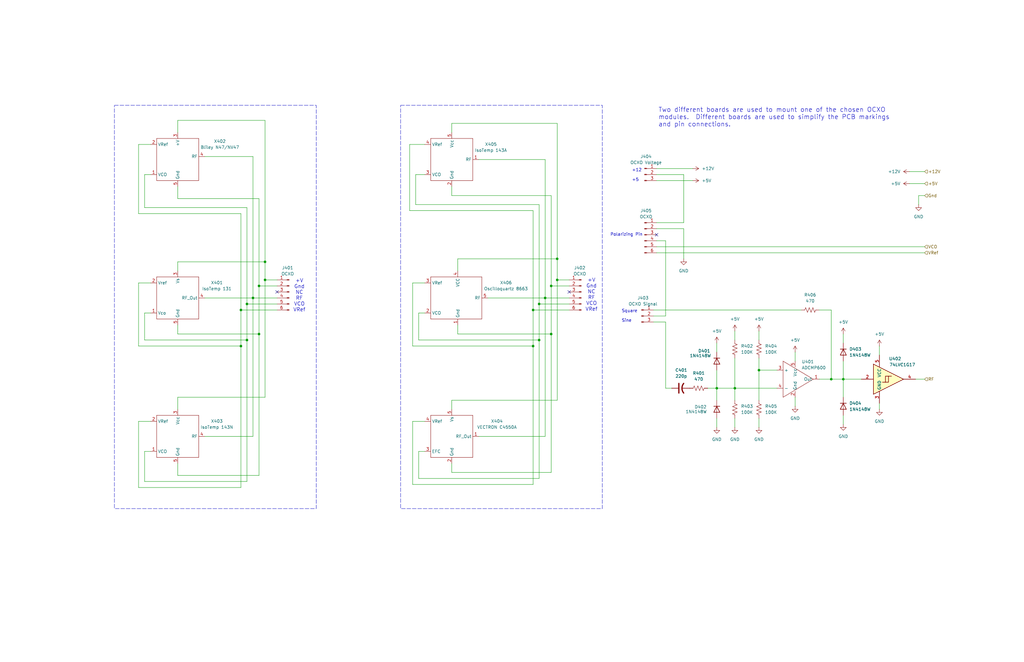
<source format=kicad_sch>
(kicad_sch (version 20250114) (generator "eeschema") (generator_version "9.0")
  (paper "B")
  (title_block (title "GPS Disciplined Oscillator") (date "2025-11-18") (rev "1") (company "Dewayne L. Hafenstein"))
  (lib_symbols
    (symbol "74xGxx:74LVC1G17"
      (property "Reference" "U" (at 0 3.81 0))
      (property "Value" "74LVC1G17" (at 0 -3.81 0))
      (symbol "74LVC1G17_0_1"
        (polyline (pts (xy -7.62 6.35) (xy -7.62 -6.35) (xy 5.08 0) (xy -7.62 6.35)) (stroke (width 0.254)) (fill (type background)))
        (polyline (pts (xy -3.81 -1.27) (xy -2.54 -1.27) (xy -2.54 1.27) (xy -1.27 1.27)) (stroke (width 0.254)) (fill (type background)))
        (polyline (pts (xy -2.54 -1.27) (xy -1.27 -1.27) (xy -1.27 1.27) (xy 0 1.27)) (stroke (width 0.254)) (fill (type background)))
      )
      (symbol "74LVC1G17_1_1"
        (pin input line (at -12.7 0 0) (length 5.08) (name "~") (number "2"))
        (pin no_connect line (at -7.62 5.08 180) (length 5.08) (hide yes) (name "NC") (number "1"))
        (pin power_in line (at -5.08 10.16 270) (length 5.08) (name "VCC") (number "5"))
        (pin power_in line (at -5.08 -10.16 90) (length 5.08) (name "GND") (number "3"))
        (pin output line (at 10.16 0 180) (length 5.08) (name "~") (number "4"))
      )
    )
    (symbol "Connector:Conn_01x03_Pin" (pin_names (offset 1.016) (hide yes))
      (property "Reference" "J" (at 0 5.08 0))
      (property "Value" "Conn_01x03_Pin" (at 0 -5.08 0))
      (symbol "Conn_01x03_Pin_1_1"
        (rectangle (start 0.8636 2.667) (end 0 2.413) (stroke (width 0.1524)) (fill (type outline)))
        (rectangle (start 0.8636 0.127) (end 0 -0.127) (stroke (width 0.1524)) (fill (type outline)))
        (rectangle (start 0.8636 -2.413) (end 0 -2.667) (stroke (width 0.1524)) (fill (type outline)))
        (polyline (pts (xy 1.27 2.54) (xy 0.8636 2.54)) (stroke (width 0.1524)))
        (polyline (pts (xy 1.27 0) (xy 0.8636 0)) (stroke (width 0.1524)))
        (polyline (pts (xy 1.27 -2.54) (xy 0.8636 -2.54)) (stroke (width 0.1524)))
        (pin passive line (at 5.08 2.54 180) (length 3.81) (name "Pin_1") (number "1"))
        (pin passive line (at 5.08 0 180) (length 3.81) (name "Pin_2") (number "2"))
        (pin passive line (at 5.08 -2.54 180) (length 3.81) (name "Pin_3") (number "3"))
      )
    )
    (symbol "Connector:Conn_01x06_Pin" (pin_names (offset 1.016) (hide yes))
      (property "Reference" "J" (at 0 7.62 0))
      (property "Value" "Conn_01x06_Pin" (at 0 -10.16 0))
      (symbol "Conn_01x06_Pin_1_1"
        (rectangle (start 0.8636 5.207) (end 0 4.953) (stroke (width 0.1524)) (fill (type outline)))
        (rectangle (start 0.8636 2.667) (end 0 2.413) (stroke (width 0.1524)) (fill (type outline)))
        (rectangle (start 0.8636 0.127) (end 0 -0.127) (stroke (width 0.1524)) (fill (type outline)))
        (rectangle (start 0.8636 -2.413) (end 0 -2.667) (stroke (width 0.1524)) (fill (type outline)))
        (rectangle (start 0.8636 -4.953) (end 0 -5.207) (stroke (width 0.1524)) (fill (type outline)))
        (rectangle (start 0.8636 -7.493) (end 0 -7.747) (stroke (width 0.1524)) (fill (type outline)))
        (polyline (pts (xy 1.27 5.08) (xy 0.8636 5.08)) (stroke (width 0.1524)))
        (polyline (pts (xy 1.27 2.54) (xy 0.8636 2.54)) (stroke (width 0.1524)))
        (polyline (pts (xy 1.27 0) (xy 0.8636 0)) (stroke (width 0.1524)))
        (polyline (pts (xy 1.27 -2.54) (xy 0.8636 -2.54)) (stroke (width 0.1524)))
        (polyline (pts (xy 1.27 -5.08) (xy 0.8636 -5.08)) (stroke (width 0.1524)))
        (polyline (pts (xy 1.27 -7.62) (xy 0.8636 -7.62)) (stroke (width 0.1524)))
        (pin passive line (at 5.08 5.08 180) (length 3.81) (name "Pin_1") (number "1"))
        (pin passive line (at 5.08 2.54 180) (length 3.81) (name "Pin_2") (number "2"))
        (pin passive line (at 5.08 0 180) (length 3.81) (name "Pin_3") (number "3"))
        (pin passive line (at 5.08 -2.54 180) (length 3.81) (name "Pin_4") (number "4"))
        (pin passive line (at 5.08 -5.08 180) (length 3.81) (name "Pin_5") (number "5"))
        (pin passive line (at 5.08 -7.62 180) (length 3.81) (name "Pin_6") (number "6"))
      )
    )
    (symbol "DH_Comparators:ADCMP600"
      (property "Reference" "U" (at 7.62 7.62 0))
      (property "Value" "ADCMP600" (at 12.7 5.08 0))
      (symbol "ADCMP600_0_1"
        (polyline (pts (xy 0 7.62) (xy 0 -7.62) (xy 12.7 0) (xy 0 7.62)))
      )
      (symbol "ADCMP600_1_1"
        (pin input line (at -2.54 3.81 0) (length 2.54) (name "+") (number "3"))
        (pin input line (at -2.54 -3.81 0) (length 2.54) (name "-") (number "4"))
        (pin power_in line (at 5.08 7.62 270) (length 2.54) (name "Vcc") (number "5"))
        (pin power_in line (at 5.08 -7.62 90) (length 2.54) (name "Gnd") (number "2"))
        (pin output line (at 15.24 0 180) (length 2.54) (name "Out") (number "1"))
      )
    )
    (symbol "DH_OCXO:Bliley_NV47"
      (property "Reference" "X" (at -3.81 2.54 0))
      (property "Value" "Bliley N47/NV47" (at 0 -2.54 0))
      (symbol "Bliley_NV47_0_1"
        (rectangle (start -8.89 7.62) (end 8.89 -10.16))
      )
      (symbol "Bliley_NV47_1_1"
        (pin output line (at -11.43 5.08 0) (length 2.54) (name "VRef") (number "2"))
        (pin input line (at -11.43 -7.62 0) (length 2.54) (name "VCO") (number "1"))
        (pin power_in line (at 0 10.16 270) (length 2.54) (name "+V") (number "3"))
        (pin power_in line (at 0 -12.7 90) (length 2.54) (name "Gnd") (number "5"))
        (pin output line (at 11.43 0 180) (length 2.54) (name "RF") (number "4"))
      )
    )
    (symbol "DH_OCXO:ISOTEMP-143A"
      (property "Reference" "X" (at -8.89 13.97 0))
      (property "Value" "IsoTemp 143A" (at 0 2.54 0))
      (symbol "ISOTEMP-143A_0_1"
        (rectangle (start -8.89 8.89) (end 8.89 -8.89))
      )
      (symbol "ISOTEMP-143A_1_1"
        (pin output line (at -11.43 6.35 0) (length 2.54) (name "VRef") (number "4"))
        (pin output line (at -11.43 -6.35 0) (length 2.54) (name "VCO") (number "3"))
        (pin power_in line (at 0 11.43 270) (length 2.54) (name "Vcc") (number "5"))
        (pin power_in line (at 0 -11.43 90) (length 2.54) (name "Gnd") (number "2"))
        (pin output line (at 11.43 0 180) (length 2.54) (name "RF") (number "1"))
      )
    )
    (symbol "DH_OCXO:ISOTEMP-143N"
      (property "Reference" "X" (at -8.89 13.97 0))
      (property "Value" "IsoTemp 143N" (at 0 2.54 0))
      (symbol "ISOTEMP-143N_0_1"
        (rectangle (start -8.89 8.89) (end 8.89 -8.89))
      )
      (symbol "ISOTEMP-143N_1_1"
        (pin output line (at -11.43 6.35 0) (length 2.54) (name "VRef") (number "2"))
        (pin input line (at -11.43 -6.35 0) (length 2.54) (name "VCO") (number "1"))
        (pin power_in line (at 0 11.43 270) (length 2.54) (name "Vcc") (number "3"))
        (pin power_in line (at 0 -11.43 90) (length 2.54) (name "Gnd") (number "5"))
        (pin output line (at 11.43 0 180) (length 2.54) (name "RF") (number "4"))
      )
    )
    (symbol "DH_OCXO:ISOTEMP_131"
      (property "Reference" "X" (at 2.54 5.08 0))
      (property "Value" "IsoTemp 131" (at 8.89 -5.08 0))
      (symbol "ISOTEMP_131_0_1"
        (rectangle (start 0 0) (end 17.78 -17.78))
      )
      (symbol "ISOTEMP_131_1_1"
        (pin output line (at -2.54 -2.54 0) (length 2.54) (name "Vref") (number "2"))
        (pin input line (at -2.54 -15.24 0) (length 2.54) (name "Vco") (number "1"))
        (pin power_in line (at 8.89 2.54 270) (length 2.54) (name "Vs") (number "3"))
        (pin power_in line (at 8.89 -20.32 90) (length 2.54) (name "Gnd") (number "5"))
        (pin output line (at 20.32 -8.89 180) (length 2.54) (name "RF_Out") (number "4"))
      )
    )
    (symbol "DH_OCXO:OSCILLOQUARTZ_8663"
      (property "Reference" "X" (at -8.89 13.97 0))
      (property "Value" "Oscilloquartz 8663" (at 1.27 2.54 0))
      (symbol "OSCILLOQUARTZ_8663_0_1"
        (rectangle (start -8.89 8.89) (end 12.7 -8.89))
      )
      (symbol "OSCILLOQUARTZ_8663_1_1"
        (pin output line (at -11.43 6.35 0) (length 2.54) (name "VRef") (number "3"))
        (pin input line (at -11.43 -6.35 0) (length 2.54) (name "VCO") (number "2"))
        (pin power_in line (at 2.54 11.43 270) (length 2.54) (name "VCC") (number "4"))
        (pin power_in line (at 2.54 -11.43 90) (length 2.54) (name "Gnd") (number "1"))
        (pin output line (at 15.24 0 180) (length 2.54) (name "RF") (number "5"))
      )
    )
    (symbol "DH_OCXO:VECTRON C4550A"
      (property "Reference" "X" (at -2.54 3.81 0))
      (property "Value" "VECTRON C4550A" (at 8.89 -5.08 0))
      (symbol "VECTRON C4550A_0_1"
        (rectangle (start 0 0) (end 17.78 -17.78))
      )
      (symbol "VECTRON C4550A_1_1"
        (pin output line (at -2.54 -2.54 0) (length 2.54) (name "VRef") (number "4"))
        (pin input line (at -2.54 -15.24 0) (length 2.54) (name "EFC") (number "3"))
        (pin power_in line (at 8.89 2.54 270) (length 2.54) (name "Vs") (number "5"))
        (pin power_in line (at 8.89 -20.32 90) (length 2.54) (name "Gnd") (number "2"))
        (pin output line (at 20.32 -8.89 180) (length 2.54) (name "RF_Out") (number "1"))
      )
    )
    (symbol "Device:C_US" (pin_numbers (hide yes)) (pin_names (offset 0.254) (hide yes))
      (property "Reference" "C" (at 0.635 2.54 0))
      (property "Value" "C_US" (at 0.635 -2.54 0))
      (symbol "C_US_0_1"
        (polyline (pts (xy -2.032 0.762) (xy 2.032 0.762)) (stroke (width 0.508)))
        (arc (start -2.032 -1.27) (mid 0 -0.5572) (end 2.032 -1.27) (stroke (width 0.508)))
      )
      (symbol "C_US_1_1"
        (pin passive line (at 0 3.81 270) (length 2.794) (name "~") (number "1"))
        (pin passive line (at 0 -3.81 90) (length 3.302) (name "~") (number "2"))
      )
    )
    (symbol "Device:R_US" (pin_numbers (hide yes)) (pin_names (offset 0))
      (property "Reference" "R" (at 2.54 0 90))
      (property "Value" "R_US" (at -2.54 0 90))
      (symbol "R_US_0_1"
        (polyline (pts (xy 0 2.286) (xy 0 2.54)))
        (polyline (pts (xy 0 2.286) (xy 1.016 1.905) (xy 0 1.524) (xy -1.016 1.143) (xy 0 0.762)))
        (polyline (pts (xy 0 0.762) (xy 1.016 0.381) (xy 0 0) (xy -1.016 -0.381) (xy 0 -0.762)))
        (polyline (pts (xy 0 -0.762) (xy 1.016 -1.143) (xy 0 -1.524) (xy -1.016 -1.905) (xy 0 -2.286)))
        (polyline (pts (xy 0 -2.286) (xy 0 -2.54)))
      )
      (symbol "R_US_1_1"
        (pin passive line (at 0 3.81 270) (length 1.27) (name "~") (number "1"))
        (pin passive line (at 0 -3.81 90) (length 1.27) (name "~") (number "2"))
      )
    )
    (symbol "Diode:1N4148W" (pin_numbers (hide yes)) (pin_names (hide yes))
      (property "Reference" "D" (at 0 2.54 0))
      (property "Value" "1N4148W" (at 0 -2.54 0))
      (symbol "1N4148W_0_1"
        (polyline (pts (xy -1.27 1.27) (xy -1.27 -1.27)) (stroke (width 0.254)))
        (polyline (pts (xy 1.27 1.27) (xy 1.27 -1.27) (xy -1.27 0) (xy 1.27 1.27)) (stroke (width 0.254)))
        (polyline (pts (xy 1.27 0) (xy -1.27 0)))
      )
      (symbol "1N4148W_1_1"
        (pin passive line (at -3.81 0 0) (length 2.54) (name "K") (number "1"))
        (pin passive line (at 3.81 0 180) (length 2.54) (name "A") (number "2"))
      )
    )
    (symbol "power:+12V" (power) (pin_numbers (hide yes)) (pin_names (offset 0) (hide yes))
      (property "Value" "+12V" (at 0 3.556 0))
      (symbol "+12V_0_1"
        (polyline (pts (xy -0.762 1.27) (xy 0 2.54)))
        (polyline (pts (xy 0 2.54) (xy 0.762 1.27)))
        (polyline (pts (xy 0 0) (xy 0 2.54)))
      )
      (symbol "+12V_1_1"
        (pin power_in line (at 0 0 90) (length 0) (name "~") (number "1"))
      )
    )
    (symbol "power:+5V" (power) (pin_numbers (hide yes)) (pin_names (offset 0) (hide yes))
      (property "Value" "+5V" (at 0 3.556 0))
      (symbol "+5V_0_1"
        (polyline (pts (xy -0.762 1.27) (xy 0 2.54)))
        (polyline (pts (xy 0 2.54) (xy 0.762 1.27)))
        (polyline (pts (xy 0 0) (xy 0 2.54)))
      )
      (symbol "+5V_1_1"
        (pin power_in line (at 0 0 90) (length 0) (name "~") (number "1"))
      )
    )
    (symbol "power:GND" (power) (pin_numbers (hide yes)) (pin_names (offset 0) (hide yes))
      (property "Value" "GND" (at 0 -3.81 0))
      (symbol "GND_0_1"
        (polyline (pts (xy 0 0) (xy 0 -1.27) (xy 1.27 -1.27) (xy 0 -2.54) (xy -1.27 -1.27) (xy 0 -1.27)))
      )
      (symbol "GND_1_1"
        (pin power_in line (at 0 0 270) (length 0) (name "~") (number "1"))
      )
    )
  )
  (rectangle (start 48.26 44.45) (end 133.35 214.63) (stroke (width 0) (type dash)))
  (rectangle (start 168.91 44.45) (end 254 214.63) (stroke (width 0) (type dash)))
  (text "+12\n\n+5" (at 266.446 73.914 0) (effects (font (size 1.27 1.27)) (justify left)))
  (text "Two different boards are used to mount one of the chosen OCXO\nmodules.  Different boards are used to simplify the PCB markings\nand pin connections. " (at 277.622 49.53 0) (effects (font (size 1.905 1.905)) (justify left)))
  (text "+V\nGnd\nNC\nRF\nVCO\nVRef" (at 249.428 124.46 0) (effects (font (size 1.524 1.524))))
  (text "Polarizing Pin" (at 257.302 99.06 0) (effects (font (size 1.27 1.27)) (justify left)))
  (text "Square\n\nSine" (at 262.128 133.35 0) (effects (font (size 1.27 1.27)) (justify left)))
  (text "+V\nGnd\nNC\nRF\nVCO\nVRef" (at 126.238 124.714 0) (effects (font (size 1.524 1.524))))
  (junction (at 232.41 140.97))
  (junction (at 109.22 140.97))
  (junction (at 101.6 130.81))
  (junction (at 355.6 160.02))
  (junction (at 234.95 109.22))
  (junction (at 234.95 118.11))
  (junction (at 104.14 143.51))
  (junction (at 106.68 125.73))
  (junction (at 111.76 118.11))
  (junction (at 229.87 125.73))
  (junction (at 320.04 156.21))
  (junction (at 227.33 143.51))
  (junction (at 309.88 163.83))
  (junction (at 104.14 128.27))
  (junction (at 101.6 146.05))
  (junction (at 350.52 160.02))
  (junction (at 224.79 130.81))
  (junction (at 227.33 128.27))
  (junction (at 302.26 163.83))
  (junction (at 232.41 120.65))
  (junction (at 111.76 110.49))
  (junction (at 109.22 120.65))
  (junction (at 224.79 146.05))
  (no_connect (at 116.84 123.19))
  (no_connect (at 276.86 99.06))
  (no_connect (at 240.03 123.19))
  (wire (pts (xy 109.22 120.65) (xy 109.22 140.97)))
  (wire (pts (xy 190.5 199.39) (xy 232.41 199.39)))
  (wire (pts (xy 58.42 146.05) (xy 101.6 146.05)))
  (wire (pts (xy 104.14 128.27) (xy 104.14 87.63)))
  (wire (pts (xy 190.5 78.74) (xy 190.5 82.55)))
  (wire (pts (xy 383.54 72.39) (xy 389.89 72.39)))
  (wire (pts (xy 320.04 176.53) (xy 320.04 180.34)))
  (wire (pts (xy 58.42 119.38) (xy 58.42 146.05)))
  (wire (pts (xy 60.96 87.63) (xy 60.96 73.66)))
  (wire (pts (xy 190.5 52.07) (xy 190.5 55.88)))
  (wire (pts (xy 193.04 109.22) (xy 234.95 109.22)))
  (wire (pts (xy 389.89 106.68) (xy 276.86 106.68)))
  (wire (pts (xy 309.88 163.83) (xy 327.66 163.83)))
  (wire (pts (xy 280.67 135.89) (xy 275.59 135.89)))
  (wire (pts (xy 63.5 132.08) (xy 60.96 132.08)))
  (wire (pts (xy 227.33 128.27) (xy 240.03 128.27)))
  (wire (pts (xy 234.95 52.07) (xy 190.5 52.07)))
  (wire (pts (xy 302.26 163.83) (xy 302.26 168.91)))
  (wire (pts (xy 109.22 83.82) (xy 109.22 120.65)))
  (wire (pts (xy 116.84 118.11) (xy 111.76 118.11)))
  (wire (pts (xy 179.07 177.8) (xy 173.99 177.8)))
  (wire (pts (xy 224.79 146.05) (xy 224.79 204.47)))
  (wire (pts (xy 175.26 73.66) (xy 175.26 86.36)))
  (wire (pts (xy 201.93 184.15) (xy 229.87 184.15)))
  (wire (pts (xy 175.26 86.36) (xy 227.33 86.36)))
  (wire (pts (xy 309.88 139.7) (xy 309.88 143.51)))
  (wire (pts (xy 302.26 144.78) (xy 302.26 148.59)))
  (wire (pts (xy 276.86 73.66) (xy 288.29 73.66)))
  (wire (pts (xy 104.14 128.27) (xy 116.84 128.27)))
  (wire (pts (xy 350.52 130.81) (xy 350.52 160.02)))
  (wire (pts (xy 302.26 156.21) (xy 302.26 163.83)))
  (wire (pts (xy 109.22 200.66) (xy 74.93 200.66)))
  (wire (pts (xy 111.76 110.49) (xy 111.76 50.8)))
  (wire (pts (xy 240.03 120.65) (xy 232.41 120.65)))
  (wire (pts (xy 355.6 152.4) (xy 355.6 160.02)))
  (wire (pts (xy 109.22 140.97) (xy 109.22 200.66)))
  (wire (pts (xy 350.52 160.02) (xy 355.6 160.02)))
  (wire (pts (xy 101.6 130.81) (xy 101.6 90.17)))
  (wire (pts (xy 74.93 83.82) (xy 109.22 83.82)))
  (wire (pts (xy 179.07 190.5) (xy 176.53 190.5)))
  (wire (pts (xy 345.44 160.02) (xy 350.52 160.02)))
  (wire (pts (xy 288.29 73.66) (xy 288.29 93.98)))
  (wire (pts (xy 74.93 200.66) (xy 74.93 195.58)))
  (wire (pts (xy 58.42 60.96) (xy 63.5 60.96)))
  (wire (pts (xy 63.5 177.8) (xy 58.42 177.8)))
  (wire (pts (xy 58.42 205.74) (xy 101.6 205.74)))
  (wire (pts (xy 74.93 110.49) (xy 111.76 110.49)))
  (wire (pts (xy 101.6 205.74) (xy 101.6 146.05)))
  (wire (pts (xy 173.99 177.8) (xy 173.99 204.47)))
  (wire (pts (xy 302.26 176.53) (xy 302.26 180.34)))
  (wire (pts (xy 86.36 184.15) (xy 106.68 184.15)))
  (wire (pts (xy 234.95 109.22) (xy 234.95 118.11)))
  (wire (pts (xy 276.86 76.2) (xy 292.1 76.2)))
  (wire (pts (xy 320.04 151.13) (xy 320.04 156.21)))
  (wire (pts (xy 355.6 140.97) (xy 355.6 144.78)))
  (wire (pts (xy 309.88 151.13) (xy 309.88 163.83)))
  (wire (pts (xy 116.84 120.65) (xy 109.22 120.65)))
  (wire (pts (xy 193.04 137.16) (xy 193.04 140.97)))
  (wire (pts (xy 104.14 203.2) (xy 104.14 143.51)))
  (wire (pts (xy 355.6 160.02) (xy 355.6 167.64)))
  (wire (pts (xy 58.42 90.17) (xy 58.42 60.96)))
  (wire (pts (xy 179.07 60.96) (xy 172.72 60.96)))
  (wire (pts (xy 276.86 71.12) (xy 292.1 71.12)))
  (wire (pts (xy 320.04 156.21) (xy 320.04 168.91)))
  (wire (pts (xy 111.76 50.8) (xy 74.93 50.8)))
  (wire (pts (xy 309.88 163.83) (xy 309.88 168.91)))
  (wire (pts (xy 176.53 190.5) (xy 176.53 201.93)))
  (wire (pts (xy 229.87 184.15) (xy 229.87 125.73)))
  (wire (pts (xy 386.08 160.02) (xy 389.89 160.02)))
  (wire (pts (xy 106.68 125.73) (xy 106.68 184.15)))
  (wire (pts (xy 86.36 125.73) (xy 106.68 125.73)))
  (wire (pts (xy 280.67 163.83) (xy 280.67 135.89)))
  (wire (pts (xy 74.93 172.72) (xy 74.93 167.64)))
  (wire (pts (xy 172.72 60.96) (xy 172.72 88.9)))
  (wire (pts (xy 383.54 77.47) (xy 389.89 77.47)))
  (wire (pts (xy 232.41 140.97) (xy 232.41 120.65)))
  (wire (pts (xy 176.53 201.93) (xy 227.33 201.93)))
  (wire (pts (xy 224.79 130.81) (xy 240.03 130.81)))
  (wire (pts (xy 104.14 87.63) (xy 60.96 87.63)))
  (wire (pts (xy 370.84 146.05) (xy 370.84 149.86)))
  (wire (pts (xy 116.84 125.73) (xy 106.68 125.73)))
  (wire (pts (xy 280.67 101.6) (xy 276.86 101.6)))
  (wire (pts (xy 74.93 167.64) (xy 111.76 167.64)))
  (wire (pts (xy 201.93 67.31) (xy 229.87 67.31)))
  (wire (pts (xy 176.53 132.08) (xy 179.07 132.08)))
  (wire (pts (xy 240.03 125.73) (xy 229.87 125.73)))
  (wire (pts (xy 104.14 143.51) (xy 104.14 128.27)))
  (wire (pts (xy 234.95 109.22) (xy 234.95 52.07)))
  (wire (pts (xy 288.29 96.52) (xy 276.86 96.52)))
  (wire (pts (xy 111.76 118.11) (xy 111.76 110.49)))
  (wire (pts (xy 176.53 143.51) (xy 227.33 143.51)))
  (wire (pts (xy 280.67 133.35) (xy 280.67 101.6)))
  (wire (pts (xy 172.72 88.9) (xy 224.79 88.9)))
  (wire (pts (xy 101.6 146.05) (xy 101.6 130.81)))
  (wire (pts (xy 234.95 168.91) (xy 234.95 118.11)))
  (wire (pts (xy 74.93 137.16) (xy 74.93 140.97)))
  (wire (pts (xy 389.89 104.14) (xy 276.86 104.14)))
  (wire (pts (xy 224.79 130.81) (xy 224.79 146.05)))
  (wire (pts (xy 227.33 143.51) (xy 227.33 128.27)))
  (wire (pts (xy 283.21 163.83) (xy 280.67 163.83)))
  (wire (pts (xy 193.04 140.97) (xy 232.41 140.97)))
  (wire (pts (xy 74.93 140.97) (xy 109.22 140.97)))
  (wire (pts (xy 74.93 114.3) (xy 74.93 110.49)))
  (wire (pts (xy 320.04 139.7) (xy 320.04 143.51)))
  (wire (pts (xy 335.28 167.64) (xy 335.28 171.45)))
  (wire (pts (xy 190.5 82.55) (xy 232.41 82.55)))
  (wire (pts (xy 60.96 203.2) (xy 104.14 203.2)))
  (wire (pts (xy 232.41 199.39) (xy 232.41 140.97)))
  (wire (pts (xy 387.35 82.55) (xy 389.89 82.55)))
  (wire (pts (xy 345.44 130.81) (xy 350.52 130.81)))
  (wire (pts (xy 60.96 132.08) (xy 60.96 143.51)))
  (wire (pts (xy 74.93 50.8) (xy 74.93 55.88)))
  (wire (pts (xy 60.96 190.5) (xy 60.96 203.2)))
  (wire (pts (xy 298.45 163.83) (xy 302.26 163.83)))
  (wire (pts (xy 173.99 204.47) (xy 224.79 204.47)))
  (wire (pts (xy 387.35 86.36) (xy 387.35 82.55)))
  (wire (pts (xy 370.84 170.18) (xy 370.84 172.72)))
  (wire (pts (xy 190.5 168.91) (xy 234.95 168.91)))
  (wire (pts (xy 60.96 143.51) (xy 104.14 143.51)))
  (wire (pts (xy 106.68 125.73) (xy 106.68 66.04)))
  (wire (pts (xy 275.59 133.35) (xy 280.67 133.35)))
  (wire (pts (xy 205.74 125.73) (xy 229.87 125.73)))
  (wire (pts (xy 176.53 132.08) (xy 176.53 143.51)))
  (wire (pts (xy 101.6 90.17) (xy 58.42 90.17)))
  (wire (pts (xy 190.5 195.58) (xy 190.5 199.39)))
  (wire (pts (xy 111.76 118.11) (xy 111.76 167.64)))
  (wire (pts (xy 227.33 201.93) (xy 227.33 143.51)))
  (wire (pts (xy 229.87 67.31) (xy 229.87 125.73)))
  (wire (pts (xy 288.29 93.98) (xy 276.86 93.98)))
  (wire (pts (xy 309.88 176.53) (xy 309.88 180.34)))
  (wire (pts (xy 58.42 177.8) (xy 58.42 205.74)))
  (wire (pts (xy 227.33 86.36) (xy 227.33 128.27)))
  (wire (pts (xy 179.07 119.38) (xy 173.99 119.38)))
  (wire (pts (xy 320.04 156.21) (xy 327.66 156.21)))
  (wire (pts (xy 288.29 109.22) (xy 288.29 96.52)))
  (wire (pts (xy 355.6 175.26) (xy 355.6 179.07)))
  (wire (pts (xy 116.84 130.81) (xy 101.6 130.81)))
  (wire (pts (xy 240.03 118.11) (xy 234.95 118.11)))
  (wire (pts (xy 190.5 172.72) (xy 190.5 168.91)))
  (wire (pts (xy 173.99 146.05) (xy 224.79 146.05)))
  (wire (pts (xy 193.04 114.3) (xy 193.04 109.22)))
  (wire (pts (xy 63.5 190.5) (xy 60.96 190.5)))
  (wire (pts (xy 355.6 160.02) (xy 363.22 160.02)))
  (wire (pts (xy 74.93 78.74) (xy 74.93 83.82)))
  (wire (pts (xy 60.96 73.66) (xy 63.5 73.66)))
  (wire (pts (xy 86.36 66.04) (xy 106.68 66.04)))
  (wire (pts (xy 275.59 130.81) (xy 337.82 130.81)))
  (wire (pts (xy 63.5 119.38) (xy 58.42 119.38)))
  (wire (pts (xy 179.07 73.66) (xy 175.26 73.66)))
  (wire (pts (xy 302.26 163.83) (xy 309.88 163.83)))
  (wire (pts (xy 232.41 82.55) (xy 232.41 120.65)))
  (wire (pts (xy 173.99 119.38) (xy 173.99 146.05)))
  (wire (pts (xy 335.28 148.59) (xy 335.28 152.4)))
  (wire (pts (xy 224.79 88.9) (xy 224.79 130.81)))
  (hierarchical_label "+12V" (shape input) (at 389.89 72.39 0))
  (hierarchical_label "VRef" (shape input) (at 389.89 106.68 0))
  (hierarchical_label "VCO" (shape input) (at 389.89 104.14 0))
  (hierarchical_label "RF" (shape input) (at 389.89 160.02 0))
  (hierarchical_label "+5V" (shape input) (at 389.89 77.47 0))
  (hierarchical_label "Gnd" (shape input) (at 389.89 82.55 0))
  (symbol (lib_id "power:GND") (at 370.84 172.72 0) (unit 1)
    (property "Reference" "#PWR0415" (effects (hide yes)))
    (property "Value" "GND" (at 370.84 177.8 0))
    (property "Description" "Power symbol creates a global label with name \"GND\" , ground" (effects (hide yes)))
  )
  (symbol (lib_id "power:GND") (at 302.26 180.34 0) (unit 1)
    (property "Reference" "#PWR0405" (effects (hide yes)))
    (property "Value" "GND" (at 302.26 185.42 0))
    (property "Description" "Power symbol creates a global label with name \"GND\" , ground" (effects (hide yes)))
  )
  (symbol (lib_id "Connector:Conn_01x06_Pin") (at 121.92 123.19 0) (mirror y) (unit 1)
    (property "Reference" "J401" (at 121.285 113.03 0))
    (property "Value" "OCXO" (at 121.285 115.57 0))
    (property "Footprint" "Connector_PinHeader_2.54mm:PinHeader_1x06_P2.54mm_Vertical" (effects (hide yes)))
    (property "Description" "Generic connector, single row, 01x06, script generated" (effects (hide yes)))
  )
  (symbol (lib_id "DH_OCXO:Bliley_NV47") (at 74.93 66.04 0) (unit 1)
    (property "Reference" "X402" (at 92.71 59.6198 0))
    (property "Value" "Bliley N47/NV47" (at 92.71 62.1598 0))
    (property "Footprint" "DH_OCXO:Bliley N47" (effects (hide yes)))
  )
  (symbol (lib_id "power:GND") (at 320.04 180.34 0) (unit 1)
    (property "Reference" "#PWR0409" (effects (hide yes)))
    (property "Value" "GND" (at 320.04 185.42 0))
    (property "Description" "Power symbol creates a global label with name \"GND\" , ground" (effects (hide yes)))
  )
  (symbol (lib_id "power:+5V") (at 383.54 77.47 90) (unit 1)
    (property "Reference" "#PWR0417" (effects (hide yes)))
    (property "Value" "+5V" (at 379.73 77.4699 90) (effects (justify left)))
    (property "Description" "Power symbol creates a global label with name \"+5V\"" (effects (hide yes)))
  )
  (symbol (lib_id "power:+5V") (at 320.04 139.7 0) (unit 1)
    (property "Reference" "#PWR0408" (effects (hide yes)))
    (property "Value" "+5V" (at 320.04 134.62 0))
    (property "Description" "Power symbol creates a global label with name \"+5V\"" (effects (hide yes)))
  )
  (symbol (lib_id "DH_OCXO:OSCILLOQUARTZ_8663") (at 190.5 125.73 0) (unit 1)
    (property "Reference" "X406" (at 213.36 119.3098 0))
    (property "Value" "Oscilloquartz 8663" (at 213.36 121.8498 0))
    (property "Footprint" "DH_OCXO:OQ8663" (effects (hide yes)))
  )
  (symbol (lib_id "power:+5V") (at 355.6 140.97 0) (unit 1)
    (property "Reference" "#PWR0412" (effects (hide yes)))
    (property "Value" "+5V" (at 355.6 135.89 0))
    (property "Description" "Power symbol creates a global label with name \"+5V\"" (effects (hide yes)))
  )
  (symbol (lib_id "DH_OCXO:ISOTEMP_131") (at 66.04 116.84 0) (unit 1)
    (property "Reference" "X401" (at 91.44 119.3098 0))
    (property "Value" "IsoTemp 131" (at 91.44 121.8498 0))
    (property "Footprint" "DH_OCXO:ISOTEMP 131" (effects (hide yes)))
  )
  (symbol (lib_id "Device:R_US") (at 309.88 147.32 180) (unit 1)
    (property "Reference" "R402" (at 312.42 146.0499 0) (effects (justify right)))
    (property "Value" "100K" (at 312.42 148.5899 0) (effects (justify right)))
    (property "Footprint" "Resistor_THT:R_Axial_DIN0207_L6.3mm_D2.5mm_P10.16mm_Horizontal" (effects (hide yes)))
    (property "Description" "Resistor, US symbol" (effects (hide yes)))
  )
  (symbol (lib_id "power:+12V") (at 292.1 71.12 270) (unit 1)
    (property "Reference" "#PWR0402" (effects (hide yes)))
    (property "Value" "+12V" (at 295.91 71.1199 90) (effects (justify left)))
    (property "Description" "Power symbol creates a global label with name \"+12V\"" (effects (hide yes)))
  )
  (symbol (lib_id "power:+5V") (at 309.88 139.7 0) (unit 1)
    (property "Reference" "#PWR0406" (effects (hide yes)))
    (property "Value" "+5V" (at 309.88 134.62 0))
    (property "Description" "Power symbol creates a global label with name \"+5V\"" (effects (hide yes)))
  )
  (symbol (lib_id "Connector:Conn_01x06_Pin") (at 245.11 123.19 0) (mirror y) (unit 1)
    (property "Reference" "J402" (at 244.475 113.03 0))
    (property "Value" "OCXO" (at 244.475 115.57 0))
    (property "Footprint" "Connector_PinHeader_2.54mm:PinHeader_1x06_P2.54mm_Vertical" (effects (hide yes)))
    (property "Description" "Generic connector, single row, 01x06, script generated" (effects (hide yes)))
  )
  (symbol (lib_id "power:GND") (at 335.28 171.45 0) (unit 1)
    (property "Reference" "#PWR0411" (effects (hide yes)))
    (property "Value" "GND" (at 335.28 176.53 0))
    (property "Description" "Power symbol creates a global label with name \"GND\" , ground" (effects (hide yes)))
  )
  (symbol (lib_id "DH_OCXO:ISOTEMP-143N") (at 74.93 184.15 0) (unit 1)
    (property "Reference" "X403" (at 91.44 177.7298 0))
    (property "Value" "IsoTemp 143N" (at 91.44 180.2698 0))
    (property "Footprint" "DH_OCXO:ISOTEMP 143N" (effects (hide yes)))
  )
  (symbol (lib_id "74xGxx:74LVC1G17") (at 375.92 160.02 0) (unit 1)
    (property "Reference" "U402" (at 377.444 151.384 0))
    (property "Value" "74LVC1G17" (at 380.492 153.924 0))
    (property "Footprint" "Package_TO_SOT_SMD:SOT-353_SC-70-5" (effects (hide yes)))
    (property "Datasheet" "https://www.ti.com/lit/ds/symlink/sn74lvc1g17.pdf" (effects (hide yes)))
    (property "Description" "Single Schmitt Buffer Gate, Low-Voltage CMOS" (effects (hide yes)))
  )
  (symbol (lib_id "power:+12V") (at 383.54 72.39 90) (unit 1)
    (property "Reference" "#PWR0416" (effects (hide yes)))
    (property "Value" "+12V" (at 379.73 72.3899 90) (effects (justify left)))
    (property "Description" "Power symbol creates a global label with name \"+12V\"" (effects (hide yes)))
  )
  (symbol (lib_id "Connector:Conn_01x03_Pin") (at 271.78 73.66 0) (unit 1)
    (property "Reference" "J404" (at 272.415 66.04 0))
    (property "Value" "OCXO Voltage" (at 272.415 68.58 0))
    (property "Footprint" "Connector_PinHeader_2.54mm:PinHeader_1x03_P2.54mm_Vertical" (effects (hide yes)))
    (property "Description" "Generic connector, single row, 01x03, script generated" (effects (hide yes)))
  )
  (symbol (lib_id "Diode:1N4148W") (at 355.6 171.45 270) (unit 1)
    (property "Reference" "D404" (at 358.14 170.1799 90) (effects (justify left)))
    (property "Value" "1N4148W" (at 358.14 172.7199 90) (effects (justify left)))
    (property "Footprint" "Diode_THT:D_DO-15_P10.16mm_Horizontal" (effects (hide yes)))
    (property "Datasheet" "https://www.vishay.com/docs/85748/1n4148w.pdf" (effects (hide yes)))
    (property "Description" "75V 0.15A Fast Switching Diode, SOD-123" (effects (hide yes)))
    (property "Sim.Device" "D" (effects (hide yes)))
    (property "Sim.Pins" "1=K 2=A" (effects (hide yes)))
  )
  (symbol (lib_id "Connector:Conn_01x06_Pin") (at 271.78 99.06 0) (unit 1)
    (property "Reference" "J405" (at 272.415 88.9 0))
    (property "Value" "OCXO" (at 272.415 91.44 0))
    (property "Footprint" "Connector_PinHeader_2.54mm:PinHeader_1x06_P2.54mm_Vertical" (effects (hide yes)))
    (property "Description" "Generic connector, single row, 01x06, script generated" (effects (hide yes)))
  )
  (symbol (lib_id "DH_OCXO:ISOTEMP-143A") (at 190.5 67.31 0) (unit 1)
    (property "Reference" "X405" (at 207.01 60.8898 0))
    (property "Value" "IsoTemp 143A" (at 207.01 63.4298 0))
    (property "Footprint" "DH_OCXO:ISOTEMP 143A" (effects (hide yes)))
  )
  (symbol (lib_id "power:+5V") (at 292.1 76.2 270) (unit 1)
    (property "Reference" "#PWR0403" (effects (hide yes)))
    (property "Value" "+5V" (at 295.91 76.1999 90) (effects (justify left)))
    (property "Description" "Power symbol creates a global label with name \"+5V\"" (effects (hide yes)))
  )
  (symbol (lib_id "power:GND") (at 387.35 86.36 0) (unit 1)
    (property "Reference" "#PWR0418" (effects (hide yes)))
    (property "Value" "GND" (at 387.35 91.44 0))
    (property "Description" "Power symbol creates a global label with name \"GND\" , ground" (effects (hide yes)))
  )
  (symbol (lib_id "Connector:Conn_01x03_Pin") (at 270.51 133.35 0) (unit 1)
    (property "Reference" "J403" (at 271.145 125.73 0))
    (property "Value" "OCXO Signal" (at 271.145 128.27 0))
    (property "Footprint" "Connector_PinHeader_2.54mm:PinHeader_1x03_P2.54mm_Vertical" (effects (hide yes)))
    (property "Description" "Generic connector, single row, 01x03, script generated" (effects (hide yes)))
  )
  (symbol (lib_id "power:+5V") (at 302.26 144.78 0) (unit 1)
    (property "Reference" "#PWR0404" (effects (hide yes)))
    (property "Value" "+5V" (at 302.26 139.7 0))
    (property "Description" "Power symbol creates a global label with name \"+5V\"" (effects (hide yes)))
  )
  (symbol (lib_id "Device:R_US") (at 341.63 130.81 90) (unit 1)
    (property "Reference" "R406" (at 341.63 124.46 90))
    (property "Value" "470" (at 341.63 127 90))
    (property "Footprint" "Resistor_THT:R_Axial_DIN0207_L6.3mm_D2.5mm_P10.16mm_Horizontal" (effects (hide yes)))
    (property "Description" "Resistor, US symbol" (effects (hide yes)))
  )
  (symbol (lib_id "Diode:1N4148W") (at 302.26 152.4 270) (unit 1)
    (property "Reference" "D401" (at 294.386 148.082 90) (effects (justify left)))
    (property "Value" "1N4148W" (at 290.83 150.114 90) (effects (justify left)))
    (property "Footprint" "Diode_THT:D_DO-15_P10.16mm_Horizontal" (effects (hide yes)))
    (property "Datasheet" "https://www.vishay.com/docs/85748/1n4148w.pdf" (effects (hide yes)))
    (property "Description" "75V 0.15A Fast Switching Diode, SOD-123" (effects (hide yes)))
    (property "Sim.Device" "D" (effects (hide yes)))
    (property "Sim.Pins" "1=K 2=A" (effects (hide yes)))
  )
  (symbol (lib_id "Device:R_US") (at 320.04 147.32 180) (unit 1)
    (property "Reference" "R404" (at 322.58 146.0499 0) (effects (justify right)))
    (property "Value" "100K" (at 322.58 148.5899 0) (effects (justify right)))
    (property "Footprint" "Resistor_THT:R_Axial_DIN0207_L6.3mm_D2.5mm_P10.16mm_Horizontal" (effects (hide yes)))
    (property "Description" "Resistor, US symbol" (effects (hide yes)))
  )
  (symbol (lib_id "DH_Comparators:ADCMP600") (at 330.2 160.02 0) (unit 1)
    (property "Reference" "U401" (at 340.614 152.654 0))
    (property "Value" "ADCMP600" (at 343.154 155.194 0))
    (property "Footprint" "Package_TO_SOT_SMD:SOT-23-5" (effects (hide yes)))
  )
  (symbol (lib_id "power:GND") (at 309.88 180.34 0) (unit 1)
    (property "Reference" "#PWR0407" (effects (hide yes)))
    (property "Value" "GND" (at 309.88 185.42 0))
    (property "Description" "Power symbol creates a global label with name \"GND\" , ground" (effects (hide yes)))
  )
  (symbol (lib_id "Device:R_US") (at 294.64 163.83 90) (unit 1)
    (property "Reference" "R401" (at 294.64 157.48 90))
    (property "Value" "470" (at 294.64 160.02 90))
    (property "Description" "Resistor, US symbol" (effects (hide yes)))
  )
  (symbol (lib_id "Diode:1N4148W") (at 302.26 172.72 270) (unit 1)
    (property "Reference" "D402" (at 292.862 171.704 90) (effects (justify left)))
    (property "Value" "1N4148W" (at 289.052 173.736 90) (effects (justify left)))
    (property "Footprint" "Diode_THT:D_DO-15_P10.16mm_Horizontal" (effects (hide yes)))
    (property "Datasheet" "https://www.vishay.com/docs/85748/1n4148w.pdf" (effects (hide yes)))
    (property "Description" "75V 0.15A Fast Switching Diode, SOD-123" (effects (hide yes)))
    (property "Sim.Device" "D" (effects (hide yes)))
    (property "Sim.Pins" "1=K 2=A" (effects (hide yes)))
  )
  (symbol (lib_id "power:GND") (at 288.29 109.22 0) (unit 1)
    (property "Reference" "#PWR0401" (effects (hide yes)))
    (property "Value" "GND" (at 288.29 114.3 0))
    (property "Description" "Power symbol creates a global label with name \"GND\" , ground" (effects (hide yes)))
  )
  (symbol (lib_id "power:+5V") (at 370.84 146.05 0) (unit 1)
    (property "Reference" "#PWR0414" (effects (hide yes)))
    (property "Value" "+5V" (at 370.84 140.97 0))
    (property "Description" "Power symbol creates a global label with name \"+5V\"" (effects (hide yes)))
  )
  (symbol (lib_id "Diode:1N4148W") (at 355.6 148.59 270) (unit 1)
    (property "Reference" "D403" (at 358.14 147.3199 90) (effects (justify left)))
    (property "Value" "1N4148W" (at 358.14 149.8599 90) (effects (justify left)))
    (property "Footprint" "Diode_THT:D_DO-15_P10.16mm_Horizontal" (effects (hide yes)))
    (property "Datasheet" "https://www.vishay.com/docs/85748/1n4148w.pdf" (effects (hide yes)))
    (property "Description" "75V 0.15A Fast Switching Diode, SOD-123" (effects (hide yes)))
    (property "Sim.Device" "D" (effects (hide yes)))
    (property "Sim.Pins" "1=K 2=A" (effects (hide yes)))
  )
  (symbol (lib_id "Device:C_US") (at 287.02 163.83 90) (unit 1)
    (property "Reference" "C401" (at 287.274 156.21 90))
    (property "Value" "220p" (at 287.274 158.75 90))
    (property "Footprint" "Capacitor_THT:C_Axial_L3.8mm_D2.6mm_P10.00mm_Horizontal" (effects (hide yes)))
    (property "Description" "capacitor, US symbol" (effects (hide yes)))
  )
  (symbol (lib_id "DH_OCXO:VECTRON C4550A") (at 181.61 175.26 0) (unit 1)
    (property "Reference" "X404" (at 209.55 177.7298 0))
    (property "Value" "VECTRON C4550A" (at 209.55 180.2698 0))
    (property "Footprint" "DH_OCXO:C4550-OCXO" (effects (hide yes)))
  )
  (symbol (lib_id "Device:R_US") (at 320.04 172.72 180) (unit 1)
    (property "Reference" "R405" (at 322.58 171.4499 0) (effects (justify right)))
    (property "Value" "100K" (at 322.58 173.9899 0) (effects (justify right)))
    (property "Footprint" "Resistor_THT:R_Axial_DIN0207_L6.3mm_D2.5mm_P10.16mm_Horizontal" (effects (hide yes)))
    (property "Description" "Resistor, US symbol" (effects (hide yes)))
  )
  (symbol (lib_id "Device:R_US") (at 309.88 172.72 180) (unit 1)
    (property "Reference" "R403" (at 312.42 171.4499 0) (effects (justify right)))
    (property "Value" "100K" (at 312.42 173.9899 0) (effects (justify right)))
    (property "Footprint" "Resistor_THT:R_Axial_DIN0207_L6.3mm_D2.5mm_P10.16mm_Horizontal" (effects (hide yes)))
    (property "Description" "Resistor, US symbol" (effects (hide yes)))
  )
  (symbol (lib_id "power:GND") (at 355.6 179.07 0) (unit 1)
    (property "Reference" "#PWR0413" (effects (hide yes)))
    (property "Value" "GND" (at 355.6 184.15 0))
    (property "Description" "Power symbol creates a global label with name \"GND\" , ground" (effects (hide yes)))
  )
  (symbol (lib_id "power:+5V") (at 335.28 148.59 0) (unit 1)
    (property "Reference" "#PWR0410" (effects (hide yes)))
    (property "Value" "+5V" (at 335.28 143.51 0))
    (property "Description" "Power symbol creates a global label with name \"+5V\"" (effects (hide yes)))
  )
)
</source>
